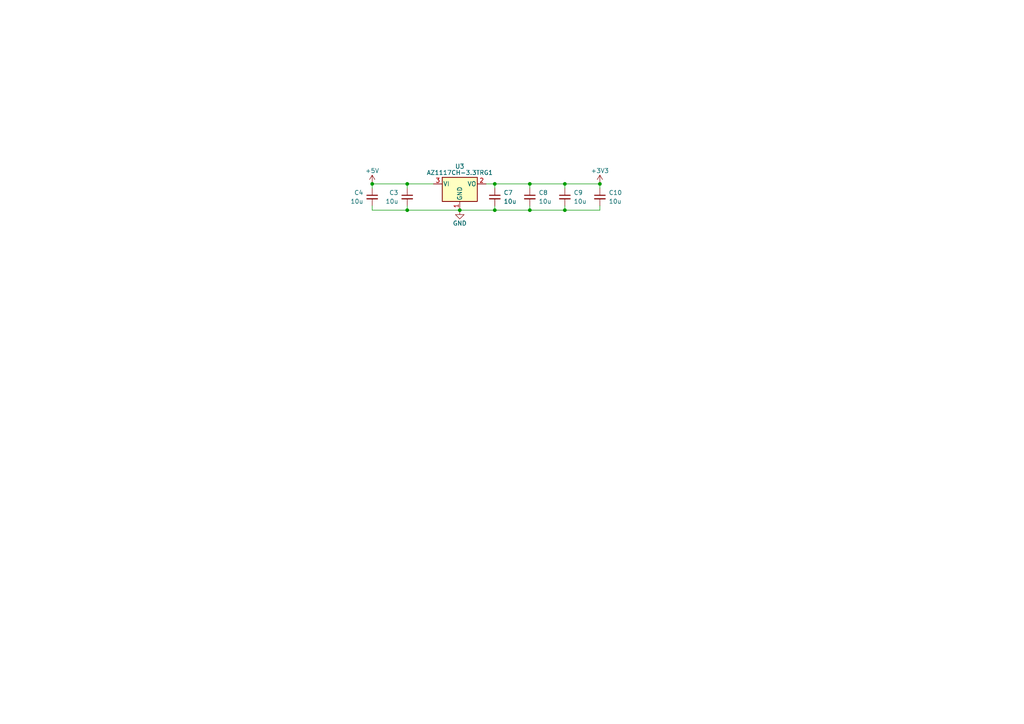
<source format=kicad_sch>
(kicad_sch (version 20230121) (generator eeschema)
  (paper "A4")
  (title_block (title "WarpSE (GW4410A)") (date "2024-04-23") (rev "1.0") (company "Garrett's Workshop"))
  (lib_symbols
    (symbol "Device:C_Small" (pin_numbers hide) (pin_names (offset 0.254) hide)
      (property "Reference" "C" (at 0.254 1.778 0))
      (property "Value" "C_Small" (at 0.254 -2.032 0))
      (symbol "C_Small_0_1"
        (polyline (pts (xy -1.524 -0.508) (xy 1.524 -0.508)) (stroke (width 0.3302)))
        (polyline (pts (xy -1.524 0.508) (xy 1.524 0.508)) (stroke (width 0.3048)))
      )
      (symbol "C_Small_1_1"
        (pin passive line (at 0 2.54 270) (length 2.032) (name "~") (number "1"))
        (pin passive line (at 0 -2.54 90) (length 2.032) (name "~") (number "2"))
      )
    )
    (symbol "Regulator_Linear:AP1117-33" (pin_names (offset 0.254))
      (property "Reference" "U" (at -3.81 3.175 0))
      (property "Value" "AP1117-33" (at 0 3.175 0))
      (symbol "AP1117-33_0_1"
        (rectangle (start -5.08 -5.08) (end 5.08 1.905) (stroke (width 0.254)) (fill (type background)))
      )
      (symbol "AP1117-33_1_1"
        (pin power_in line (at 0 -7.62 90) (length 2.54) (name "GND") (number "1"))
        (pin power_out line (at 7.62 0 180) (length 2.54) (name "VO") (number "2"))
        (pin power_in line (at -7.62 0 0) (length 2.54) (name "VI") (number "3"))
      )
    )
    (symbol "power:+3V3" (power) (pin_names (offset 0))
      (property "Value" "+3V3" (at 0 3.556 0))
      (symbol "+3V3_0_1"
        (polyline (pts (xy -0.762 1.27) (xy 0 2.54)))
        (polyline (pts (xy 0 0) (xy 0 2.54)))
        (polyline (pts (xy 0 2.54) (xy 0.762 1.27)))
      )
      (symbol "+3V3_1_1"
        (pin power_in line (at 0 0 90) (length 0) hide (name "+3V3") (number "1"))
      )
    )
    (symbol "power:+5V" (power) (pin_names (offset 0))
      (property "Value" "+5V" (at 0 3.556 0))
      (symbol "+5V_0_1"
        (polyline (pts (xy -0.762 1.27) (xy 0 2.54)))
        (polyline (pts (xy 0 0) (xy 0 2.54)))
        (polyline (pts (xy 0 2.54) (xy 0.762 1.27)))
      )
      (symbol "+5V_1_1"
        (pin power_in line (at 0 0 90) (length 0) hide (name "+5V") (number "1"))
      )
    )
    (symbol "power:GND" (power) (pin_names (offset 0))
      (property "Value" "GND" (at 0 -3.81 0))
      (symbol "GND_0_1"
        (polyline (pts (xy 0 0) (xy 0 -1.27) (xy 1.27 -1.27) (xy 0 -2.54) (xy -1.27 -1.27) (xy 0 -1.27)))
      )
      (symbol "GND_1_1"
        (pin power_in line (at 0 0 270) (length 0) hide (name "GND") (number "1"))
      )
    )
  )
  (junction (at 153.67 60.96))
  (junction (at 133.35 60.96))
  (junction (at 163.83 60.96))
  (junction (at 118.11 60.96))
  (junction (at 153.67 53.34))
  (junction (at 143.51 53.34))
  (junction (at 107.95 53.34))
  (junction (at 118.11 53.34))
  (junction (at 173.99 53.34))
  (junction (at 163.83 53.34))
  (junction (at 143.51 60.96))
  (wire (pts (xy 163.83 53.34) (xy 173.99 53.34)))
  (wire (pts (xy 163.83 60.96) (xy 153.67 60.96)))
  (wire (pts (xy 133.35 60.96) (xy 143.51 60.96)))
  (wire (pts (xy 153.67 53.34) (xy 163.83 53.34)))
  (wire (pts (xy 118.11 53.34) (xy 107.95 53.34)))
  (wire (pts (xy 118.11 53.34) (xy 125.73 53.34)))
  (wire (pts (xy 107.95 60.96) (xy 118.11 60.96)))
  (wire (pts (xy 118.11 59.69) (xy 118.11 60.96)))
  (wire (pts (xy 107.95 53.34) (xy 107.95 54.61)))
  (wire (pts (xy 153.67 59.69) (xy 153.67 60.96)))
  (wire (pts (xy 163.83 59.69) (xy 163.83 60.96)))
  (wire (pts (xy 163.83 53.34) (xy 163.83 54.61)))
  (wire (pts (xy 153.67 53.34) (xy 153.67 54.61)))
  (wire (pts (xy 107.95 59.69) (xy 107.95 60.96)))
  (wire (pts (xy 143.51 60.96) (xy 143.51 59.69)))
  (wire (pts (xy 173.99 59.69) (xy 173.99 60.96)))
  (wire (pts (xy 140.97 53.34) (xy 143.51 53.34)))
  (wire (pts (xy 173.99 53.34) (xy 173.99 54.61)))
  (wire (pts (xy 118.11 60.96) (xy 133.35 60.96)))
  (wire (pts (xy 143.51 53.34) (xy 143.51 54.61)))
  (wire (pts (xy 118.11 53.34) (xy 118.11 54.61)))
  (wire (pts (xy 153.67 60.96) (xy 143.51 60.96)))
  (wire (pts (xy 143.51 53.34) (xy 153.67 53.34)))
  (wire (pts (xy 173.99 60.96) (xy 163.83 60.96)))
  (symbol (lib_id "Regulator_Linear:AP1117-33") (at 133.35 53.34 0) (unit 1)
    (property "Reference" "U3" (at 133.35 48.26 0))
    (property "Value" "AZ1117CH-3.3TRG1" (at 133.35 50.8 0) (effects (justify bottom)))
    (property "Footprint" "stdpads:SOT-223" (effects hide))
    (property "LCSC Part" "C92102" (effects hide))
  )
  (symbol (lib_id "power:+5V") (at 107.95 53.34 0) (unit 1)
    (property "Reference" "#PWR0129" (effects hide))
    (property "Value" "+5V" (at 107.95 49.53 0))
  )
  (symbol (lib_id "power:GND") (at 133.35 60.96 0) (unit 1)
    (property "Reference" "#PWR0130" (effects hide))
    (property "Value" "GND" (at 133.35 64.77 0))
  )
  (symbol (lib_id "Device:C_Small") (at 118.11 57.15 0) (unit 1)
    (property "Reference" "C3" (at 115.57 55.88 0) (effects (justify right)))
    (property "Value" "10u" (at 115.57 58.42 0) (effects (justify right)))
    (property "Footprint" "stdpads:C_0805" (effects hide))
    (property "LCSC Part" "C15850" (effects hide))
  )
  (symbol (lib_id "Device:C_Small") (at 143.51 57.15 0) (mirror y) (unit 1)
    (property "Reference" "C7" (at 146.05 55.88 0) (effects (justify right)))
    (property "Value" "10u" (at 146.05 58.42 0) (effects (justify right)))
    (property "Footprint" "stdpads:C_0805" (effects hide))
    (property "LCSC Part" "C15850" (effects hide))
  )
  (symbol (lib_id "Device:C_Small") (at 153.67 57.15 0) (mirror y) (unit 1)
    (property "Reference" "C8" (at 156.21 55.88 0) (effects (justify right)))
    (property "Value" "10u" (at 156.21 58.42 0) (effects (justify right)))
    (property "Footprint" "stdpads:C_0805" (effects hide))
    (property "LCSC Part" "C15850" (effects hide))
  )
  (symbol (lib_id "Device:C_Small") (at 163.83 57.15 0) (mirror y) (unit 1)
    (property "Reference" "C9" (at 166.37 55.88 0) (effects (justify right)))
    (property "Value" "10u" (at 166.37 58.42 0) (effects (justify right)))
    (property "Footprint" "stdpads:C_0805" (effects hide))
    (property "LCSC Part" "C15850" (effects hide))
  )
  (symbol (lib_id "power:+3V3") (at 173.99 53.34 0) (unit 1)
    (property "Reference" "#PWR025" (effects hide))
    (property "Value" "+3V3" (at 173.99 49.53 0))
  )
  (symbol (lib_id "Device:C_Small") (at 107.95 57.15 0) (unit 1)
    (property "Reference" "C4" (at 105.41 55.88 0) (effects (justify right)))
    (property "Value" "10u" (at 105.41 58.42 0) (effects (justify right)))
    (property "Footprint" "stdpads:C_0805" (effects hide))
    (property "LCSC Part" "C15850" (effects hide))
  )
  (symbol (lib_id "Device:C_Small") (at 173.99 57.15 0) (mirror y) (unit 1)
    (property "Reference" "C10" (at 176.53 55.88 0) (effects (justify right)))
    (property "Value" "10u" (at 176.53 58.42 0) (effects (justify right)))
    (property "Footprint" "stdpads:C_0805" (effects hide))
    (property "LCSC Part" "C15850" (effects hide))
  )
)
</source>
